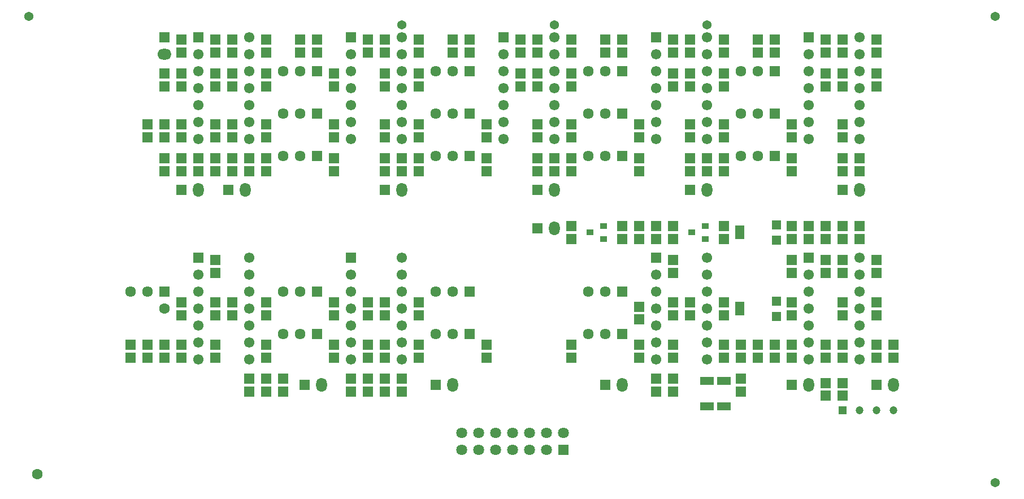
<source format=gbs>
G04*
G04 #@! TF.GenerationSoftware,Altium Limited,Altium Designer,20.0.14 (345)*
G04*
G04 Layer_Color=16711935*
%FSLAX25Y25*%
%MOIN*%
G70*
G01*
G75*
%ADD15O,0.06337X0.08274*%
%ADD16R,0.06337X0.06337*%
%ADD17C,0.06337*%
%ADD18C,0.06109*%
%ADD19R,0.06109X0.06109*%
%ADD20C,0.04724*%
%ADD21R,0.04724X0.04724*%
%ADD22C,0.06424*%
%ADD23R,0.06424X0.06424*%
%ADD25O,0.08274X0.06337*%
%ADD26C,0.06306*%
%ADD27C,0.05400*%
%ADD45R,0.07874X0.04921*%
%ADD48R,0.06306X0.05912*%
%ADD49R,0.05518X0.08274*%
%ADD50R,0.05518X0.05518*%
%ADD51R,0.03943X0.03550*%
%ADD52R,0.06109X0.06109*%
D15*
X320000Y160000D02*
D03*
X500000Y182500D02*
D03*
X520000Y67500D02*
D03*
X470000D02*
D03*
X360000D02*
D03*
X182500D02*
D03*
X260000D02*
D03*
X230000Y182500D02*
D03*
X320000D02*
D03*
X137500D02*
D03*
X110000D02*
D03*
X410000D02*
D03*
D16*
X360000Y202500D02*
D03*
Y227500D02*
D03*
Y252500D02*
D03*
X450000Y202500D02*
D03*
Y227500D02*
D03*
Y252500D02*
D03*
X360000Y97500D02*
D03*
Y122500D02*
D03*
X270000Y97500D02*
D03*
Y122500D02*
D03*
X180000Y97500D02*
D03*
Y122500D02*
D03*
X90000D02*
D03*
X270000Y202500D02*
D03*
Y227500D02*
D03*
Y252500D02*
D03*
X180000Y202500D02*
D03*
Y227500D02*
D03*
Y252500D02*
D03*
D17*
X350000Y202500D02*
D03*
X340000D02*
D03*
X350000Y227500D02*
D03*
X340000D02*
D03*
X350000Y252500D02*
D03*
X340000D02*
D03*
X440000Y202500D02*
D03*
X430000D02*
D03*
X440000Y227500D02*
D03*
X430000D02*
D03*
X440000Y252500D02*
D03*
X430000D02*
D03*
X340000Y97500D02*
D03*
X350000D02*
D03*
X340000Y122500D02*
D03*
X350000D02*
D03*
X250000Y97500D02*
D03*
X260000D02*
D03*
X250000Y122500D02*
D03*
X260000D02*
D03*
X160000Y97500D02*
D03*
X170000D02*
D03*
X160000Y122500D02*
D03*
X170000D02*
D03*
X70000D02*
D03*
X80000D02*
D03*
X250000Y202500D02*
D03*
X260000D02*
D03*
X250000Y227500D02*
D03*
X260000D02*
D03*
X250000Y252500D02*
D03*
X260000D02*
D03*
X160000Y202500D02*
D03*
X170000D02*
D03*
X160000Y227500D02*
D03*
X170000D02*
D03*
X160000Y252500D02*
D03*
X170000D02*
D03*
D18*
X500000Y82500D02*
D03*
Y92500D02*
D03*
Y102500D02*
D03*
Y112500D02*
D03*
Y122500D02*
D03*
Y132500D02*
D03*
Y142500D02*
D03*
X470000Y82500D02*
D03*
Y92500D02*
D03*
Y102500D02*
D03*
Y112500D02*
D03*
Y122500D02*
D03*
Y132500D02*
D03*
X410000Y82500D02*
D03*
Y92500D02*
D03*
Y102500D02*
D03*
Y112500D02*
D03*
Y122500D02*
D03*
Y132500D02*
D03*
Y142500D02*
D03*
X380000Y82500D02*
D03*
Y92500D02*
D03*
Y102500D02*
D03*
Y112500D02*
D03*
Y122500D02*
D03*
Y132500D02*
D03*
X230000Y82500D02*
D03*
Y92500D02*
D03*
Y102500D02*
D03*
Y112500D02*
D03*
Y122500D02*
D03*
Y132500D02*
D03*
Y142500D02*
D03*
X200000Y82500D02*
D03*
Y92500D02*
D03*
Y102500D02*
D03*
Y112500D02*
D03*
Y122500D02*
D03*
Y132500D02*
D03*
X140000Y82500D02*
D03*
Y92500D02*
D03*
Y102500D02*
D03*
Y112500D02*
D03*
Y122500D02*
D03*
Y132500D02*
D03*
Y142500D02*
D03*
X110000Y82500D02*
D03*
Y92500D02*
D03*
Y102500D02*
D03*
Y112500D02*
D03*
Y122500D02*
D03*
Y132500D02*
D03*
X230000Y212500D02*
D03*
Y222500D02*
D03*
Y232500D02*
D03*
Y242500D02*
D03*
Y252500D02*
D03*
Y262500D02*
D03*
Y272500D02*
D03*
X200000Y212500D02*
D03*
Y222500D02*
D03*
Y232500D02*
D03*
Y242500D02*
D03*
Y252500D02*
D03*
Y262500D02*
D03*
X110000D02*
D03*
Y252500D02*
D03*
Y242500D02*
D03*
Y232500D02*
D03*
Y222500D02*
D03*
Y212500D02*
D03*
X140000Y272500D02*
D03*
Y262500D02*
D03*
Y252500D02*
D03*
Y242500D02*
D03*
Y232500D02*
D03*
Y222500D02*
D03*
Y212500D02*
D03*
X470000Y262500D02*
D03*
Y252500D02*
D03*
Y242500D02*
D03*
Y232500D02*
D03*
Y222500D02*
D03*
Y212500D02*
D03*
X500000Y272500D02*
D03*
Y262500D02*
D03*
Y252500D02*
D03*
Y242500D02*
D03*
Y232500D02*
D03*
Y222500D02*
D03*
Y212500D02*
D03*
X290000Y262500D02*
D03*
Y252500D02*
D03*
Y242500D02*
D03*
Y232500D02*
D03*
Y222500D02*
D03*
Y212500D02*
D03*
X320000Y272500D02*
D03*
Y262500D02*
D03*
Y252500D02*
D03*
Y242500D02*
D03*
Y232500D02*
D03*
Y222500D02*
D03*
Y212500D02*
D03*
X410000D02*
D03*
Y222500D02*
D03*
Y232500D02*
D03*
Y242500D02*
D03*
Y252500D02*
D03*
Y262500D02*
D03*
Y272500D02*
D03*
X380000Y212500D02*
D03*
Y222500D02*
D03*
Y232500D02*
D03*
Y242500D02*
D03*
Y252500D02*
D03*
Y262500D02*
D03*
D19*
X470000Y142500D02*
D03*
X380000D02*
D03*
X200000D02*
D03*
X110000D02*
D03*
X90000Y272500D02*
D03*
X200000D02*
D03*
X110000D02*
D03*
X470000D02*
D03*
X290000D02*
D03*
X380000D02*
D03*
D20*
X520000Y52500D02*
D03*
X510000D02*
D03*
X500000D02*
D03*
D21*
X490000D02*
D03*
D22*
X295276Y39370D02*
D03*
X305276D02*
D03*
X315276D02*
D03*
X325276D02*
D03*
X285276D02*
D03*
X275276D02*
D03*
X265276D02*
D03*
X295276Y29370D02*
D03*
X305276D02*
D03*
X315276D02*
D03*
X285276D02*
D03*
X275276D02*
D03*
X265276D02*
D03*
D23*
X325276D02*
D03*
D25*
X90000Y262500D02*
D03*
D26*
X15000Y15000D02*
D03*
X90000Y112500D02*
D03*
D27*
X10000Y285000D02*
D03*
X580000Y10000D02*
D03*
Y285000D02*
D03*
X320000Y280000D02*
D03*
X410000D02*
D03*
X230000D02*
D03*
D45*
X410000Y55118D02*
D03*
Y69882D02*
D03*
X420000Y55118D02*
D03*
Y69882D02*
D03*
D48*
X280000Y221240D02*
D03*
Y213760D02*
D03*
X420000Y153760D02*
D03*
Y161240D02*
D03*
X390000Y133760D02*
D03*
Y141240D02*
D03*
Y83760D02*
D03*
Y91240D02*
D03*
X370000Y106260D02*
D03*
Y113740D02*
D03*
X390000Y63760D02*
D03*
Y71240D02*
D03*
X380000Y63760D02*
D03*
Y71240D02*
D03*
X370000Y91240D02*
D03*
Y83760D02*
D03*
X330000Y83760D02*
D03*
Y91240D02*
D03*
X230000Y63760D02*
D03*
Y71240D02*
D03*
X220000Y63760D02*
D03*
Y71240D02*
D03*
Y108760D02*
D03*
Y116240D02*
D03*
Y83760D02*
D03*
Y91240D02*
D03*
X240000Y91240D02*
D03*
Y83760D02*
D03*
X280000Y83760D02*
D03*
Y91240D02*
D03*
X200000Y63760D02*
D03*
Y71240D02*
D03*
X210000Y63760D02*
D03*
Y71240D02*
D03*
X240000Y116240D02*
D03*
Y108760D02*
D03*
X190000Y108760D02*
D03*
Y116240D02*
D03*
X210000Y108760D02*
D03*
Y116240D02*
D03*
Y83760D02*
D03*
Y91240D02*
D03*
X190000Y91240D02*
D03*
Y83760D02*
D03*
X160000Y63760D02*
D03*
Y71240D02*
D03*
X150000Y83760D02*
D03*
Y91240D02*
D03*
X130000Y116240D02*
D03*
Y108760D02*
D03*
X150000Y63760D02*
D03*
Y71240D02*
D03*
X140000Y71240D02*
D03*
Y63760D02*
D03*
X120000Y133760D02*
D03*
Y141240D02*
D03*
Y116240D02*
D03*
Y108760D02*
D03*
X150000Y108760D02*
D03*
Y116240D02*
D03*
X100000Y108760D02*
D03*
Y116240D02*
D03*
X120000Y83760D02*
D03*
Y91240D02*
D03*
X100000Y91240D02*
D03*
Y83760D02*
D03*
X90000Y91240D02*
D03*
Y83760D02*
D03*
X70000Y91240D02*
D03*
Y83760D02*
D03*
X80000Y83760D02*
D03*
Y91240D02*
D03*
X90000Y213760D02*
D03*
Y221240D02*
D03*
X80000Y213760D02*
D03*
Y221240D02*
D03*
X150000Y271240D02*
D03*
Y263760D02*
D03*
X130000Y201240D02*
D03*
Y193760D02*
D03*
Y243760D02*
D03*
Y251240D02*
D03*
X140000Y193760D02*
D03*
Y201240D02*
D03*
X110000Y193760D02*
D03*
Y201240D02*
D03*
X120000Y193760D02*
D03*
Y201240D02*
D03*
X100000Y201240D02*
D03*
Y193760D02*
D03*
Y213760D02*
D03*
Y221240D02*
D03*
X90000Y201240D02*
D03*
Y193760D02*
D03*
X130000Y213760D02*
D03*
Y221240D02*
D03*
X120000Y213760D02*
D03*
Y221240D02*
D03*
Y251240D02*
D03*
Y243760D02*
D03*
X130000Y271240D02*
D03*
Y263760D02*
D03*
X120000Y271240D02*
D03*
Y263760D02*
D03*
X90000Y251240D02*
D03*
Y243760D02*
D03*
X150000Y243760D02*
D03*
Y251240D02*
D03*
X100000Y251240D02*
D03*
Y243760D02*
D03*
Y263760D02*
D03*
Y271240D02*
D03*
X480000Y68740D02*
D03*
Y61260D02*
D03*
X490000Y61260D02*
D03*
Y68740D02*
D03*
X440000Y83760D02*
D03*
Y91240D02*
D03*
X390000Y116240D02*
D03*
Y108760D02*
D03*
X420000Y108760D02*
D03*
Y116240D02*
D03*
X430000Y71240D02*
D03*
Y63760D02*
D03*
Y91240D02*
D03*
Y83760D02*
D03*
X400000Y108760D02*
D03*
Y116240D02*
D03*
X420000Y83760D02*
D03*
Y91240D02*
D03*
X460000Y133760D02*
D03*
Y141240D02*
D03*
X370000Y153760D02*
D03*
Y161240D02*
D03*
X360000Y161240D02*
D03*
Y153760D02*
D03*
X380000Y161240D02*
D03*
Y153760D02*
D03*
X330000Y161240D02*
D03*
Y153760D02*
D03*
X390000Y153760D02*
D03*
Y161240D02*
D03*
X520000Y83760D02*
D03*
Y91240D02*
D03*
X510000Y83760D02*
D03*
Y91240D02*
D03*
X490000Y83760D02*
D03*
Y91240D02*
D03*
X450000Y83760D02*
D03*
Y91240D02*
D03*
X460000Y83760D02*
D03*
Y91240D02*
D03*
X480000Y83760D02*
D03*
Y91240D02*
D03*
X460000Y161240D02*
D03*
Y153760D02*
D03*
X480000Y141240D02*
D03*
Y133760D02*
D03*
X510000Y108760D02*
D03*
Y116240D02*
D03*
X460000Y116240D02*
D03*
Y108760D02*
D03*
X490000Y108760D02*
D03*
Y116240D02*
D03*
Y133760D02*
D03*
Y141240D02*
D03*
X510000Y141240D02*
D03*
Y133760D02*
D03*
X470000Y153760D02*
D03*
Y161240D02*
D03*
X490000Y153760D02*
D03*
Y161240D02*
D03*
X480000Y153760D02*
D03*
Y161240D02*
D03*
X500000Y153760D02*
D03*
Y161240D02*
D03*
X230000Y193760D02*
D03*
Y201240D02*
D03*
X220000Y201240D02*
D03*
Y193760D02*
D03*
X190000Y213760D02*
D03*
Y221240D02*
D03*
Y193760D02*
D03*
Y201240D02*
D03*
X150000Y213760D02*
D03*
Y221240D02*
D03*
X240000Y271240D02*
D03*
Y263760D02*
D03*
X210000Y263760D02*
D03*
Y271240D02*
D03*
X220000Y271240D02*
D03*
Y263760D02*
D03*
Y221240D02*
D03*
Y213760D02*
D03*
X240000Y243760D02*
D03*
Y251240D02*
D03*
X170000Y271240D02*
D03*
Y263760D02*
D03*
X150000Y193760D02*
D03*
Y201240D02*
D03*
X220000Y251240D02*
D03*
Y243760D02*
D03*
X190000Y251240D02*
D03*
Y243760D02*
D03*
X310000Y251240D02*
D03*
Y243760D02*
D03*
X300000Y263760D02*
D03*
Y271240D02*
D03*
X310000Y201240D02*
D03*
Y193760D02*
D03*
Y221240D02*
D03*
Y213760D02*
D03*
X240000Y213760D02*
D03*
Y221240D02*
D03*
X330000Y271240D02*
D03*
Y263760D02*
D03*
X310000Y271240D02*
D03*
Y263760D02*
D03*
X330000Y243760D02*
D03*
Y251240D02*
D03*
X320000Y193760D02*
D03*
Y201240D02*
D03*
X240000Y193760D02*
D03*
Y201240D02*
D03*
X300000Y251240D02*
D03*
Y243760D02*
D03*
X280000Y193760D02*
D03*
Y201240D02*
D03*
X270000Y263760D02*
D03*
Y271240D02*
D03*
X260000Y271240D02*
D03*
Y263760D02*
D03*
X400000D02*
D03*
Y271240D02*
D03*
X420000Y263760D02*
D03*
Y271240D02*
D03*
Y251240D02*
D03*
Y243760D02*
D03*
X390000Y271240D02*
D03*
Y263760D02*
D03*
X180000Y271240D02*
D03*
Y263760D02*
D03*
X400000Y213760D02*
D03*
Y221240D02*
D03*
X410000Y201240D02*
D03*
Y193760D02*
D03*
X400000Y193760D02*
D03*
Y201240D02*
D03*
Y243760D02*
D03*
Y251240D02*
D03*
X390000Y243760D02*
D03*
Y251240D02*
D03*
X330000Y201240D02*
D03*
Y193760D02*
D03*
Y221240D02*
D03*
Y213760D02*
D03*
X370000Y221240D02*
D03*
Y213760D02*
D03*
Y201240D02*
D03*
Y193760D02*
D03*
X360000Y271240D02*
D03*
Y263760D02*
D03*
X350000Y263760D02*
D03*
Y271240D02*
D03*
X500000Y201240D02*
D03*
Y193760D02*
D03*
X510000Y251240D02*
D03*
Y243760D02*
D03*
Y263760D02*
D03*
Y271240D02*
D03*
X490000Y193760D02*
D03*
Y201240D02*
D03*
Y213760D02*
D03*
Y221240D02*
D03*
Y263760D02*
D03*
Y271240D02*
D03*
X480000Y271240D02*
D03*
Y263760D02*
D03*
X490000Y243760D02*
D03*
Y251240D02*
D03*
X480000Y243760D02*
D03*
Y251240D02*
D03*
X420000Y221240D02*
D03*
Y213760D02*
D03*
Y201240D02*
D03*
Y193760D02*
D03*
X460000Y221240D02*
D03*
Y213760D02*
D03*
Y201240D02*
D03*
Y193760D02*
D03*
X450000Y271240D02*
D03*
Y263760D02*
D03*
X440000Y263760D02*
D03*
Y271240D02*
D03*
D49*
X429173Y112500D02*
D03*
Y157500D02*
D03*
D50*
X450827Y117028D02*
D03*
Y107973D02*
D03*
Y152972D02*
D03*
Y162028D02*
D03*
D51*
X348937Y161240D02*
D03*
Y153760D02*
D03*
X341063Y157500D02*
D03*
X408937Y161240D02*
D03*
Y153760D02*
D03*
X401063Y157500D02*
D03*
D52*
X310000Y160000D02*
D03*
X490000Y182500D02*
D03*
X510000Y67500D02*
D03*
X460000D02*
D03*
X350000D02*
D03*
X172500D02*
D03*
X250000D02*
D03*
X220000Y182500D02*
D03*
X310000D02*
D03*
X127500D02*
D03*
X100000D02*
D03*
X400000D02*
D03*
M02*

</source>
